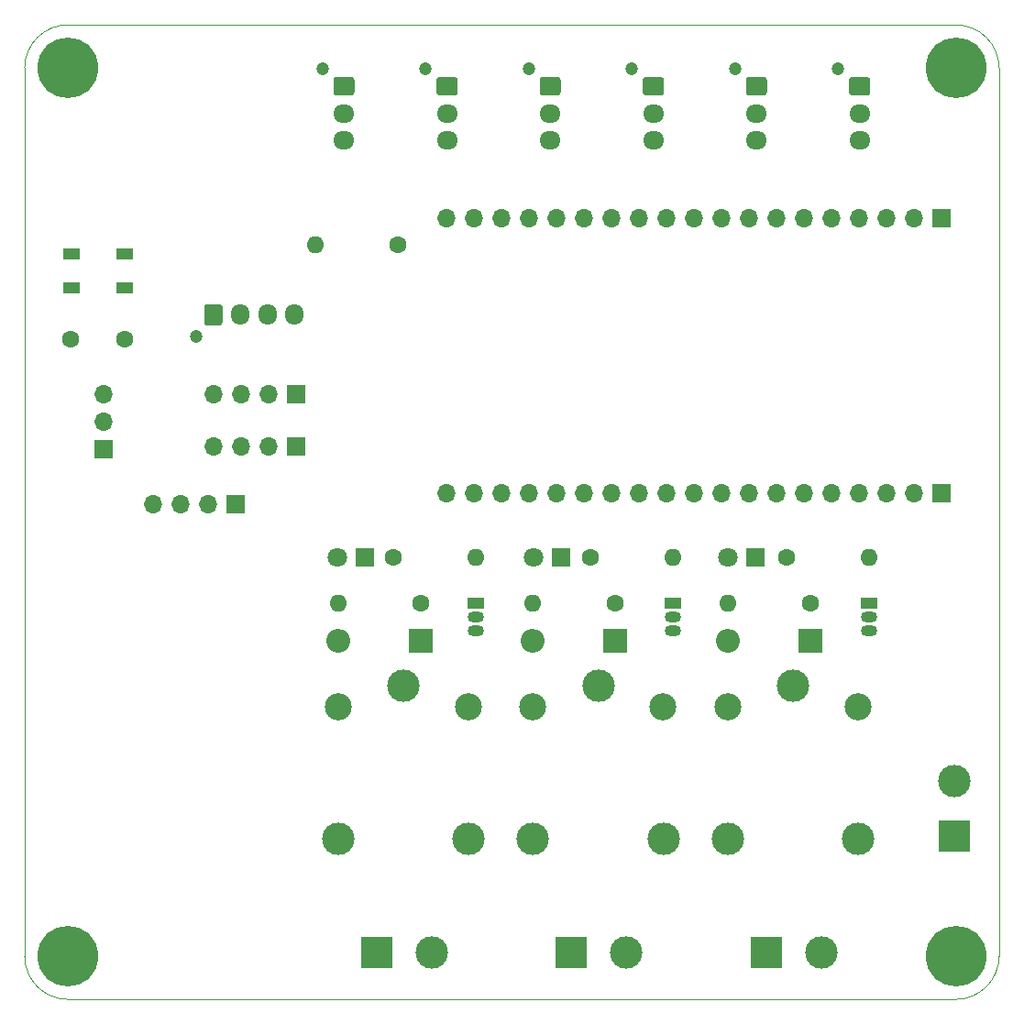
<source format=gbr>
%TF.GenerationSoftware,KiCad,Pcbnew,5.1.10-88a1d61d58~90~ubuntu21.04.1*%
%TF.CreationDate,2021-12-13T13:58:26+01:00*%
%TF.ProjectId,terrarium,74657272-6172-4697-956d-2e6b69636164,rev?*%
%TF.SameCoordinates,Original*%
%TF.FileFunction,Soldermask,Top*%
%TF.FilePolarity,Negative*%
%FSLAX46Y46*%
G04 Gerber Fmt 4.6, Leading zero omitted, Abs format (unit mm)*
G04 Created by KiCad (PCBNEW 5.1.10-88a1d61d58~90~ubuntu21.04.1) date 2021-12-13 13:58:26*
%MOMM*%
%LPD*%
G01*
G04 APERTURE LIST*
%TA.AperFunction,Profile*%
%ADD10C,0.050000*%
%TD*%
%ADD11R,1.500000X1.050000*%
%ADD12O,1.500000X1.050000*%
%ADD13C,3.000000*%
%ADD14R,3.000000X3.000000*%
%ADD15C,2.500000*%
%ADD16O,1.600000X1.600000*%
%ADD17C,1.600000*%
%ADD18C,1.800000*%
%ADD19R,1.800000X1.800000*%
%ADD20O,2.200000X2.200000*%
%ADD21R,2.200000X2.200000*%
%ADD22R,1.500000X1.000000*%
%ADD23C,5.600000*%
%ADD24C,1.200000*%
%ADD25O,1.700000X1.950000*%
%ADD26O,1.950000X1.700000*%
%ADD27O,1.700000X1.700000*%
%ADD28R,1.700000X1.700000*%
G04 APERTURE END LIST*
D10*
X45000000Y-113000000D02*
G75*
G02*
X41000000Y-109000000I0J4000000D01*
G01*
X131000000Y-109000000D02*
G75*
G02*
X127000000Y-113000000I-4000000J0D01*
G01*
X127000000Y-23000000D02*
G75*
G02*
X131000000Y-27000000I0J-4000000D01*
G01*
X41000000Y-27000000D02*
G75*
G02*
X45000000Y-23000000I4000000J0D01*
G01*
X127000000Y-23000000D02*
X45000000Y-23000000D01*
X131000000Y-109000000D02*
X131000000Y-27000000D01*
X45000000Y-113000000D02*
X127000000Y-113000000D01*
X41000000Y-27000000D02*
X41000000Y-109000000D01*
D11*
%TO.C,Q3*%
X82677000Y-76454000D03*
D12*
X82677000Y-78994000D03*
X82677000Y-77724000D03*
%TD*%
D11*
%TO.C,Q2*%
X100838000Y-76454000D03*
D12*
X100838000Y-78994000D03*
X100838000Y-77724000D03*
%TD*%
D11*
%TO.C,Q1*%
X118999000Y-76454000D03*
D12*
X118999000Y-78994000D03*
X118999000Y-77724000D03*
%TD*%
D13*
%TO.C,S3*%
X78580000Y-108712000D03*
D14*
X73500000Y-108712000D03*
%TD*%
D13*
%TO.C,RE3*%
X76000000Y-84000000D03*
D15*
X81950000Y-85950000D03*
D13*
X82000000Y-98200000D03*
X69950000Y-98150000D03*
D15*
X69950000Y-85950000D03*
%TD*%
D16*
%TO.C,R7*%
X82677000Y-72200000D03*
D17*
X75057000Y-72200000D03*
%TD*%
D16*
%TO.C,R6*%
X69977000Y-76454000D03*
D17*
X77597000Y-76454000D03*
%TD*%
D18*
%TO.C,LED3*%
X69850000Y-72200000D03*
D19*
X72390000Y-72200000D03*
%TD*%
D20*
%TO.C,D3*%
X69977000Y-79883000D03*
D21*
X77597000Y-79883000D03*
%TD*%
D13*
%TO.C,S2*%
X96580000Y-108712000D03*
D14*
X91500000Y-108712000D03*
%TD*%
D13*
%TO.C,S1*%
X114580000Y-108712000D03*
D14*
X109500000Y-108712000D03*
%TD*%
D13*
%TO.C,S0*%
X126873000Y-92837000D03*
D14*
X126873000Y-97917000D03*
%TD*%
D16*
%TO.C,R5*%
X67818000Y-43307000D03*
D17*
X75438000Y-43307000D03*
%TD*%
D20*
%TO.C,D1*%
X105918000Y-79883000D03*
D21*
X113538000Y-79883000D03*
%TD*%
D16*
%TO.C,R4*%
X87884000Y-76454000D03*
D17*
X95504000Y-76454000D03*
%TD*%
D16*
%TO.C,R3*%
X100838000Y-72200000D03*
D17*
X93218000Y-72200000D03*
%TD*%
D16*
%TO.C,R2*%
X105918000Y-76454000D03*
D17*
X113538000Y-76454000D03*
%TD*%
D16*
%TO.C,R1*%
X118999000Y-72200000D03*
D17*
X111379000Y-72200000D03*
%TD*%
%TO.C,C1*%
X50212000Y-52070000D03*
X45212000Y-52070000D03*
%TD*%
D22*
%TO.C,ALED1*%
X45302000Y-44120000D03*
X45302000Y-47320000D03*
X50202000Y-44120000D03*
X50202000Y-47320000D03*
%TD*%
D23*
%TO.C,H4*%
X127000000Y-109000000D03*
%TD*%
%TO.C,H2*%
X45000000Y-27000000D03*
%TD*%
%TO.C,H3*%
X45000000Y-109000000D03*
%TD*%
%TO.C,H1*%
X127000000Y-27000000D03*
%TD*%
D13*
%TO.C,RE1*%
X112000000Y-84000000D03*
D15*
X117950000Y-85950000D03*
D13*
X118000000Y-98200000D03*
X105950000Y-98150000D03*
D15*
X105950000Y-85950000D03*
%TD*%
D13*
%TO.C,RE2*%
X94000000Y-84000000D03*
D15*
X99950000Y-85950000D03*
D13*
X100000000Y-98200000D03*
X87950000Y-98150000D03*
D15*
X87950000Y-85950000D03*
%TD*%
D18*
%TO.C,LED2*%
X88011000Y-72200000D03*
D19*
X90551000Y-72200000D03*
%TD*%
D18*
%TO.C,LED1*%
X105918000Y-72200000D03*
D19*
X108458000Y-72200000D03*
%TD*%
D20*
%TO.C,D2*%
X87884000Y-79883000D03*
D21*
X95504000Y-79883000D03*
%TD*%
D24*
%TO.C,i2c2*%
X56820000Y-51784000D03*
D25*
X65920000Y-49784000D03*
X63420000Y-49784000D03*
X60920000Y-49784000D03*
G36*
G01*
X57570000Y-50509000D02*
X57570000Y-49059000D01*
G75*
G02*
X57820000Y-48809000I250000J0D01*
G01*
X59020000Y-48809000D01*
G75*
G02*
X59270000Y-49059000I0J-250000D01*
G01*
X59270000Y-50509000D01*
G75*
G02*
X59020000Y-50759000I-250000J0D01*
G01*
X57820000Y-50759000D01*
G75*
G02*
X57570000Y-50509000I0J250000D01*
G01*
G37*
%TD*%
D24*
%TO.C,HT1*%
X116110000Y-27065000D03*
D26*
X118110000Y-33665000D03*
X118110000Y-31165000D03*
G36*
G01*
X117385000Y-27815000D02*
X118835000Y-27815000D01*
G75*
G02*
X119085000Y-28065000I0J-250000D01*
G01*
X119085000Y-29265000D01*
G75*
G02*
X118835000Y-29515000I-250000J0D01*
G01*
X117385000Y-29515000D01*
G75*
G02*
X117135000Y-29265000I0J250000D01*
G01*
X117135000Y-28065000D01*
G75*
G02*
X117385000Y-27815000I250000J0D01*
G01*
G37*
%TD*%
D24*
%TO.C,HT2*%
X106585000Y-27065000D03*
D26*
X108585000Y-33665000D03*
X108585000Y-31165000D03*
G36*
G01*
X107860000Y-27815000D02*
X109310000Y-27815000D01*
G75*
G02*
X109560000Y-28065000I0J-250000D01*
G01*
X109560000Y-29265000D01*
G75*
G02*
X109310000Y-29515000I-250000J0D01*
G01*
X107860000Y-29515000D01*
G75*
G02*
X107610000Y-29265000I0J250000D01*
G01*
X107610000Y-28065000D01*
G75*
G02*
X107860000Y-27815000I250000J0D01*
G01*
G37*
%TD*%
D24*
%TO.C,HT6*%
X68485000Y-27065000D03*
D26*
X70485000Y-33665000D03*
X70485000Y-31165000D03*
G36*
G01*
X69760000Y-27815000D02*
X71210000Y-27815000D01*
G75*
G02*
X71460000Y-28065000I0J-250000D01*
G01*
X71460000Y-29265000D01*
G75*
G02*
X71210000Y-29515000I-250000J0D01*
G01*
X69760000Y-29515000D01*
G75*
G02*
X69510000Y-29265000I0J250000D01*
G01*
X69510000Y-28065000D01*
G75*
G02*
X69760000Y-27815000I250000J0D01*
G01*
G37*
%TD*%
D24*
%TO.C,HT5*%
X78010000Y-27065000D03*
D26*
X80010000Y-33665000D03*
X80010000Y-31165000D03*
G36*
G01*
X79285000Y-27815000D02*
X80735000Y-27815000D01*
G75*
G02*
X80985000Y-28065000I0J-250000D01*
G01*
X80985000Y-29265000D01*
G75*
G02*
X80735000Y-29515000I-250000J0D01*
G01*
X79285000Y-29515000D01*
G75*
G02*
X79035000Y-29265000I0J250000D01*
G01*
X79035000Y-28065000D01*
G75*
G02*
X79285000Y-27815000I250000J0D01*
G01*
G37*
%TD*%
D24*
%TO.C,HT4*%
X87535000Y-27065000D03*
D26*
X89535000Y-33665000D03*
X89535000Y-31165000D03*
G36*
G01*
X88810000Y-27815000D02*
X90260000Y-27815000D01*
G75*
G02*
X90510000Y-28065000I0J-250000D01*
G01*
X90510000Y-29265000D01*
G75*
G02*
X90260000Y-29515000I-250000J0D01*
G01*
X88810000Y-29515000D01*
G75*
G02*
X88560000Y-29265000I0J250000D01*
G01*
X88560000Y-28065000D01*
G75*
G02*
X88810000Y-27815000I250000J0D01*
G01*
G37*
%TD*%
D24*
%TO.C,HT3*%
X97060000Y-27065000D03*
D26*
X99060000Y-33665000D03*
X99060000Y-31165000D03*
G36*
G01*
X98335000Y-27815000D02*
X99785000Y-27815000D01*
G75*
G02*
X100035000Y-28065000I0J-250000D01*
G01*
X100035000Y-29265000D01*
G75*
G02*
X99785000Y-29515000I-250000J0D01*
G01*
X98335000Y-29515000D01*
G75*
G02*
X98085000Y-29265000I0J250000D01*
G01*
X98085000Y-28065000D01*
G75*
G02*
X98335000Y-27815000I250000J0D01*
G01*
G37*
%TD*%
D27*
%TO.C,esp32-left1*%
X79970000Y-40894000D03*
X82510000Y-40894000D03*
X85050000Y-40894000D03*
X87590000Y-40894000D03*
X90130000Y-40894000D03*
X92670000Y-40894000D03*
X95210000Y-40894000D03*
X97750000Y-40894000D03*
X100290000Y-40894000D03*
X102830000Y-40894000D03*
X105370000Y-40894000D03*
X107910000Y-40894000D03*
X110450000Y-40894000D03*
X112990000Y-40894000D03*
X115530000Y-40894000D03*
X118070000Y-40894000D03*
X120610000Y-40894000D03*
X123150000Y-40894000D03*
D28*
X125690000Y-40894000D03*
%TD*%
D27*
%TO.C,i2c4*%
X58420000Y-61976000D03*
X60960000Y-61976000D03*
X63500000Y-61976000D03*
D28*
X66040000Y-61976000D03*
%TD*%
D27*
%TO.C,i2c3*%
X58420000Y-57150000D03*
X60960000Y-57150000D03*
X63500000Y-57150000D03*
D28*
X66040000Y-57150000D03*
%TD*%
D27*
%TO.C,ExternalPower1*%
X48260000Y-57150000D03*
X48260000Y-59690000D03*
D28*
X48260000Y-62230000D03*
%TD*%
D27*
%TO.C,i2c1*%
X52832000Y-67310000D03*
X55372000Y-67310000D03*
X57912000Y-67310000D03*
D28*
X60452000Y-67310000D03*
%TD*%
D27*
%TO.C,esp32-right1*%
X79970000Y-66294000D03*
X82510000Y-66294000D03*
X85050000Y-66294000D03*
X87590000Y-66294000D03*
X90130000Y-66294000D03*
X92670000Y-66294000D03*
X95210000Y-66294000D03*
X97750000Y-66294000D03*
X100290000Y-66294000D03*
X102830000Y-66294000D03*
X105370000Y-66294000D03*
X107910000Y-66294000D03*
X110450000Y-66294000D03*
X112990000Y-66294000D03*
X115530000Y-66294000D03*
X118070000Y-66294000D03*
X120610000Y-66294000D03*
X123150000Y-66294000D03*
D28*
X125690000Y-66294000D03*
%TD*%
M02*

</source>
